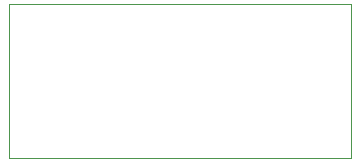
<source format=gm1>
G04 #@! TF.GenerationSoftware,KiCad,Pcbnew,5.1.6+dfsg1-1~bpo9+1*
G04 #@! TF.CreationDate,2022-04-04T20:18:43+02:00*
G04 #@! TF.ProjectId,sdrtrx-bias-t,73647274-7278-42d6-9269-61732d742e6b,rev?*
G04 #@! TF.SameCoordinates,Original*
G04 #@! TF.FileFunction,Profile,NP*
%FSLAX46Y46*%
G04 Gerber Fmt 4.6, Leading zero omitted, Abs format (unit mm)*
G04 Created by KiCad (PCBNEW 5.1.6+dfsg1-1~bpo9+1) date 2022-04-04 20:18:43*
%MOMM*%
%LPD*%
G01*
G04 APERTURE LIST*
G04 #@! TA.AperFunction,Profile*
%ADD10C,0.050000*%
G04 #@! TD*
G04 APERTURE END LIST*
D10*
X109000000Y-62000000D02*
X109000000Y-75000000D01*
X80000000Y-75000000D02*
X109000000Y-75000000D01*
X80000000Y-62000000D02*
X109000000Y-62000000D01*
X80000000Y-75000000D02*
X80000000Y-62000000D01*
M02*

</source>
